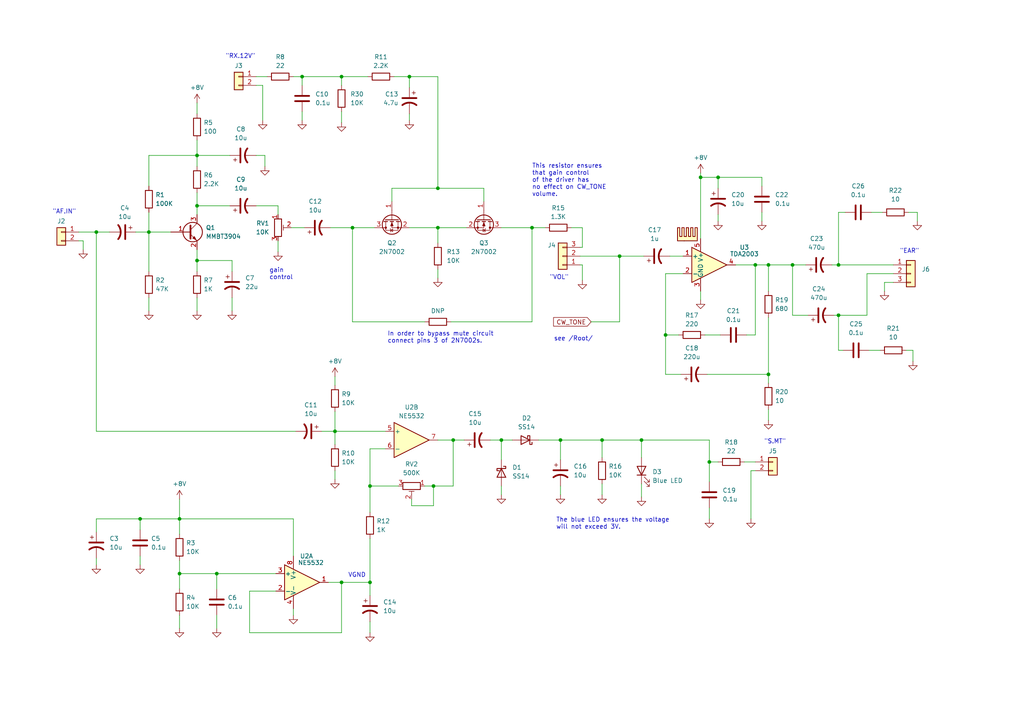
<source format=kicad_sch>
(kicad_sch (version 20230121) (generator eeschema)
  (paper "A4")
  (title_block (title "HBR/MK2 AF Board") (date "2024-02-03") (rev "1.0"))
  (lib_symbols
    (symbol "Amplifier_Audio:TDA2003" (pin_names (offset 0.127))
      (property "Reference" "U" (at 3.81 6.35 0))
      (property "Value" "TDA2003" (at 3.81 3.81 0))
      (symbol "TDA2003_0_1"
        (polyline (pts (xy -5.08 5.08) (xy 5.08 0) (xy -5.08 -5.08) (xy -5.08 5.08)) (stroke (width 0.254)) (fill (type background)))
      )
      (symbol "TDA2003_1_1"
        (pin input line (at -7.62 2.54 0) (length 2.54) (name "+") (number "1"))
        (pin input line (at -7.62 -2.54 0) (length 2.54) (name "-") (number "2"))
        (pin power_in line (at -2.54 -7.62 90) (length 3.81) (name "GND") (number "3"))
        (pin output line (at 7.62 0 180) (length 2.54) (name "~") (number "4"))
        (pin power_in line (at -2.54 7.62 270) (length 3.81) (name "V+") (number "5"))
      )
    )
    (symbol "Amplifier_Operational:NE5532" (pin_names (offset 0.127))
      (property "Reference" "U" (at 0 5.08 0))
      (property "Value" "NE5532" (at 0 -5.08 0))
      (symbol "NE5532_1_1"
        (polyline (pts (xy -5.08 5.08) (xy 5.08 0) (xy -5.08 -5.08) (xy -5.08 5.08)) (stroke (width 0.254)) (fill (type background)))
        (pin output line (at 7.62 0 180) (length 2.54) (name "~") (number "1"))
        (pin input line (at -7.62 -2.54 0) (length 2.54) (name "-") (number "2"))
        (pin input line (at -7.62 2.54 0) (length 2.54) (name "+") (number "3"))
      )
      (symbol "NE5532_2_1"
        (polyline (pts (xy -5.08 5.08) (xy 5.08 0) (xy -5.08 -5.08) (xy -5.08 5.08)) (stroke (width 0.254)) (fill (type background)))
        (pin input line (at -7.62 2.54 0) (length 2.54) (name "+") (number "5"))
        (pin input line (at -7.62 -2.54 0) (length 2.54) (name "-") (number "6"))
        (pin output line (at 7.62 0 180) (length 2.54) (name "~") (number "7"))
      )
      (symbol "NE5532_3_1"
        (pin power_in line (at -2.54 -7.62 90) (length 3.81) (name "V-") (number "4"))
        (pin power_in line (at -2.54 7.62 270) (length 3.81) (name "V+") (number "8"))
      )
    )
    (symbol "Connector_Generic:Conn_01x02" (pin_names (offset 1.016) hide)
      (property "Reference" "J" (at 0 2.54 0))
      (property "Value" "Conn_01x02" (at 0 -5.08 0))
      (symbol "Conn_01x02_1_1"
        (rectangle (start -1.27 -2.413) (end 0 -2.667) (stroke (width 0.1524)))
        (rectangle (start -1.27 0.127) (end 0 -0.127) (stroke (width 0.1524)))
        (rectangle (start -1.27 1.27) (end 1.27 -3.81) (stroke (width 0.254)) (fill (type background)))
        (pin passive line (at -5.08 0 0) (length 3.81) (name "Pin_1") (number "1"))
        (pin passive line (at -5.08 -2.54 0) (length 3.81) (name "Pin_2") (number "2"))
      )
    )
    (symbol "Connector_Generic:Conn_01x03" (pin_names (offset 1.016) hide)
      (property "Reference" "J" (at 0 5.08 0))
      (property "Value" "Conn_01x03" (at 0 -5.08 0))
      (symbol "Conn_01x03_1_1"
        (rectangle (start -1.27 -2.413) (end 0 -2.667) (stroke (width 0.1524)))
        (rectangle (start -1.27 0.127) (end 0 -0.127) (stroke (width 0.1524)))
        (rectangle (start -1.27 2.667) (end 0 2.413) (stroke (width 0.1524)))
        (rectangle (start -1.27 3.81) (end 1.27 -3.81) (stroke (width 0.254)) (fill (type background)))
        (pin passive line (at -5.08 2.54 0) (length 3.81) (name "Pin_1") (number "1"))
        (pin passive line (at -5.08 0 0) (length 3.81) (name "Pin_2") (number "2"))
        (pin passive line (at -5.08 -2.54 0) (length 3.81) (name "Pin_3") (number "3"))
      )
    )
    (symbol "Device:C" (pin_numbers hide) (pin_names (offset 0.254))
      (property "Reference" "C" (at 0.635 2.54 0))
      (property "Value" "C" (at 0.635 -2.54 0))
      (symbol "C_0_1"
        (polyline (pts (xy -2.032 -0.762) (xy 2.032 -0.762)) (stroke (width 0.508)))
        (polyline (pts (xy -2.032 0.762) (xy 2.032 0.762)) (stroke (width 0.508)))
      )
      (symbol "C_1_1"
        (pin passive line (at 0 3.81 270) (length 2.794) (name "~") (number "1"))
        (pin passive line (at 0 -3.81 90) (length 2.794) (name "~") (number "2"))
      )
    )
    (symbol "Device:C_Polarized_US" (pin_numbers hide) (pin_names (offset 0.254) hide)
      (property "Reference" "C" (at 0.635 2.54 0))
      (property "Value" "C_Polarized_US" (at 0.635 -2.54 0))
      (symbol "C_Polarized_US_0_1"
        (polyline (pts (xy -2.032 0.762) (xy 2.032 0.762)) (stroke (width 0.508)))
        (polyline (pts (xy -1.778 2.286) (xy -0.762 2.286)))
        (polyline (pts (xy -1.27 1.778) (xy -1.27 2.794)))
        (arc (start 2.032 -1.27) (mid 0 -0.5572) (end -2.032 -1.27) (stroke (width 0.508)))
      )
      (symbol "C_Polarized_US_1_1"
        (pin passive line (at 0 3.81 270) (length 2.794) (name "~") (number "1"))
        (pin passive line (at 0 -3.81 90) (length 3.302) (name "~") (number "2"))
      )
    )
    (symbol "Device:LED" (pin_numbers hide) (pin_names (offset 1.016) hide)
      (property "Reference" "D" (at 0 2.54 0))
      (property "Value" "LED" (at 0 -2.54 0))
      (symbol "LED_0_1"
        (polyline (pts (xy -1.27 -1.27) (xy -1.27 1.27)) (stroke (width 0.254)))
        (polyline (pts (xy -1.27 0) (xy 1.27 0)))
        (polyline (pts (xy 1.27 -1.27) (xy 1.27 1.27) (xy -1.27 0) (xy 1.27 -1.27)) (stroke (width 0.254)))
        (polyline (pts (xy -3.048 -0.762) (xy -4.572 -2.286) (xy -3.81 -2.286) (xy -4.572 -2.286) (xy -4.572 -1.524)))
        (polyline (pts (xy -1.778 -0.762) (xy -3.302 -2.286) (xy -2.54 -2.286) (xy -3.302 -2.286) (xy -3.302 -1.524)))
      )
      (symbol "LED_1_1"
        (pin passive line (at -3.81 0 0) (length 2.54) (name "K") (number "1"))
        (pin passive line (at 3.81 0 180) (length 2.54) (name "A") (number "2"))
      )
    )
    (symbol "Device:R" (pin_numbers hide) (pin_names (offset 0))
      (property "Reference" "R" (at 2.032 0 90))
      (property "Value" "R" (at 0 0 90))
      (symbol "R_0_1"
        (rectangle (start -1.016 -2.54) (end 1.016 2.54) (stroke (width 0.254)))
      )
      (symbol "R_1_1"
        (pin passive line (at 0 3.81 270) (length 1.27) (name "~") (number "1"))
        (pin passive line (at 0 -3.81 90) (length 1.27) (name "~") (number "2"))
      )
    )
    (symbol "Device:R_Potentiometer_Trim" (pin_names (offset 1.016) hide)
      (property "Reference" "RV" (at -4.445 0 90))
      (property "Value" "R_Potentiometer_Trim" (at -2.54 0 90))
      (symbol "R_Potentiometer_Trim_0_1"
        (polyline (pts (xy 1.524 0.762) (xy 1.524 -0.762)))
        (polyline (pts (xy 2.54 0) (xy 1.524 0)))
        (rectangle (start 1.016 2.54) (end -1.016 -2.54) (stroke (width 0.254)))
      )
      (symbol "R_Potentiometer_Trim_1_1"
        (pin passive line (at 0 3.81 270) (length 1.27) (name "1") (number "1"))
        (pin passive line (at 3.81 0 180) (length 1.27) (name "2") (number "2"))
        (pin passive line (at 0 -3.81 90) (length 1.27) (name "3") (number "3"))
      )
    )
    (symbol "Diode:1N5818" (pin_numbers hide) (pin_names (offset 1.016) hide)
      (property "Reference" "D" (at 0 2.54 0))
      (property "Value" "1N5818" (at 0 -2.54 0))
      (symbol "1N5818_0_1"
        (polyline (pts (xy 1.27 0) (xy -1.27 0)))
        (polyline (pts (xy 1.27 1.27) (xy 1.27 -1.27) (xy -1.27 0) (xy 1.27 1.27)) (stroke (width 0.254)))
        (polyline (pts (xy -1.905 0.635) (xy -1.905 1.27) (xy -1.27 1.27) (xy -1.27 -1.27) (xy -0.635 -1.27) (xy -0.635 -0.635)) (stroke (width 0.254)))
      )
      (symbol "1N5818_1_1"
        (pin passive line (at -3.81 0 0) (length 2.54) (name "K") (number "1"))
        (pin passive line (at 3.81 0 180) (length 2.54) (name "A") (number "2"))
      )
    )
    (symbol "Mechanical:Heatsink" (pin_names (offset 1.016))
      (property "Reference" "HS" (at 0 5.08 0))
      (property "Value" "Heatsink" (at 0 -1.27 0))
      (symbol "Heatsink_0_1"
        (polyline (pts (xy -0.3302 1.27) (xy -0.9652 1.27) (xy -0.9652 3.81) (xy -1.6002 3.81) (xy -1.6002 1.27) (xy -2.2352 1.27) (xy -2.2352 3.81) (xy -2.8702 3.81) (xy -2.8702 0) (xy -0.9652 0)) (stroke (width 0.254)) (fill (type background)))
        (polyline (pts (xy -0.3302 1.27) (xy -0.3302 3.81) (xy 0.3048 3.81) (xy 0.3048 1.27) (xy 0.9398 1.27) (xy 0.9398 3.81) (xy 1.5748 3.81) (xy 1.5748 1.27) (xy 2.2098 1.27) (xy 2.2098 3.81) (xy 2.8448 3.81) (xy 2.8448 0) (xy -0.9652 0)) (stroke (width 0.254)) (fill (type background)))
      )
    )
    (symbol "Transistor_BJT:MMBT3904" (pin_names (offset 0) hide)
      (property "Reference" "Q" (at 5.08 1.905 0))
      (property "Value" "MMBT3904" (at 5.08 0 0))
      (symbol "MMBT3904_0_1"
        (polyline (pts (xy 0.635 0.635) (xy 2.54 2.54)))
        (polyline (pts (xy 0.635 -0.635) (xy 2.54 -2.54) (xy 2.54 -2.54)))
        (polyline (pts (xy 0.635 1.905) (xy 0.635 -1.905) (xy 0.635 -1.905)) (stroke (width 0.508)))
        (polyline (pts (xy 1.27 -1.778) (xy 1.778 -1.27) (xy 2.286 -2.286) (xy 1.27 -1.778) (xy 1.27 -1.778)) (fill (type outline)))
        (circle (center 1.27 0) (radius 2.8194) (stroke (width 0.254)))
      )
      (symbol "MMBT3904_1_1"
        (pin input line (at -5.08 0 0) (length 5.715) (name "B") (number "1"))
        (pin passive line (at 2.54 -5.08 90) (length 2.54) (name "E") (number "2"))
        (pin passive line (at 2.54 5.08 270) (length 2.54) (name "C") (number "3"))
      )
    )
    (symbol "Transistor_FET:2N7002" (pin_names hide)
      (property "Reference" "Q" (at 5.08 1.905 0))
      (property "Value" "2N7002" (at 5.08 0 0))
      (symbol "2N7002_0_1"
        (polyline (pts (xy 0.254 0) (xy -2.54 0)))
        (polyline (pts (xy 0.254 1.905) (xy 0.254 -1.905)) (stroke (width 0.254)))
        (polyline (pts (xy 0.762 -1.27) (xy 0.762 -2.286)) (stroke (width 0.254)))
        (polyline (pts (xy 0.762 0.508) (xy 0.762 -0.508)) (stroke (width 0.254)))
        (polyline (pts (xy 0.762 2.286) (xy 0.762 1.27)) (stroke (width 0.254)))
        (polyline (pts (xy 2.54 2.54) (xy 2.54 1.778)))
        (polyline (pts (xy 2.54 -2.54) (xy 2.54 0) (xy 0.762 0)))
        (polyline (pts (xy 0.762 -1.778) (xy 3.302 -1.778) (xy 3.302 1.778) (xy 0.762 1.778)))
        (polyline (pts (xy 1.016 0) (xy 2.032 0.381) (xy 2.032 -0.381) (xy 1.016 0)) (fill (type outline)))
        (polyline (pts (xy 2.794 0.508) (xy 2.921 0.381) (xy 3.683 0.381) (xy 3.81 0.254)))
        (polyline (pts (xy 3.302 0.381) (xy 2.921 -0.254) (xy 3.683 -0.254) (xy 3.302 0.381)))
        (circle (center 1.651 0) (radius 2.794) (stroke (width 0.254)))
        (circle (center 2.54 -1.778) (radius 0.254) (fill (type outline)))
        (circle (center 2.54 1.778) (radius 0.254) (fill (type outline)))
      )
      (symbol "2N7002_1_1"
        (pin input line (at -5.08 0 0) (length 2.54) (name "G") (number "1"))
        (pin passive line (at 2.54 -5.08 90) (length 2.54) (name "S") (number "2"))
        (pin passive line (at 2.54 5.08 270) (length 2.54) (name "D") (number "3"))
      )
    )
    (symbol "power:+8V" (power) (pin_names (offset 0))
      (property "Value" "+8V" (at 0 3.556 0))
      (symbol "+8V_0_1"
        (polyline (pts (xy -0.762 1.27) (xy 0 2.54)))
        (polyline (pts (xy 0 0) (xy 0 2.54)))
        (polyline (pts (xy 0 2.54) (xy 0.762 1.27)))
      )
      (symbol "+8V_1_1"
        (pin power_in line (at 0 0 90) (length 0) hide (name "+8V") (number "1"))
      )
    )
    (symbol "power:GND" (power) (pin_names (offset 0))
      (property "Value" "GND" (at 0 -3.81 0))
      (symbol "GND_0_1"
        (polyline (pts (xy 0 0) (xy 0 -1.27) (xy 1.27 -1.27) (xy 0 -2.54) (xy -1.27 -1.27) (xy 0 -1.27)))
      )
      (symbol "GND_1_1"
        (pin power_in line (at 0 0 270) (length 0) hide (name "GND") (number "1"))
      )
    )
  )
  (junction (at 57.15 75.565))
  (junction (at 52.07 166.37))
  (junction (at 43.18 67.31))
  (junction (at 222.885 76.835))
  (junction (at 179.705 74.295))
  (junction (at 40.64 150.495))
  (junction (at 118.745 22.225))
  (junction (at 62.865 166.37))
  (junction (at 27.94 67.31))
  (junction (at 174.625 127.635))
  (junction (at 222.885 108.585))
  (junction (at 127 66.04))
  (junction (at 99.06 168.91))
  (junction (at 107.315 140.97))
  (junction (at 127 54.61))
  (junction (at 87.63 22.225))
  (junction (at 205.74 133.985))
  (junction (at 57.15 59.69))
  (junction (at 162.56 127.635))
  (junction (at 208.28 51.435))
  (junction (at 125.73 140.97))
  (junction (at 52.07 150.495))
  (junction (at 102.235 66.04))
  (junction (at 229.87 76.835))
  (junction (at 243.205 76.835))
  (junction (at 243.205 91.44))
  (junction (at 57.15 45.085))
  (junction (at 131.445 127.635))
  (junction (at 154.305 66.04))
  (junction (at 145.415 127.635))
  (junction (at 186.055 127.635))
  (junction (at 219.075 76.835))
  (junction (at 99.06 22.225))
  (junction (at 107.315 168.91))
  (junction (at 193.04 97.155))
  (junction (at 97.155 125.095))
  (junction (at 203.2 51.435))
  (wire (pts (xy 57.15 45.085) (xy 66.675 45.085)))
  (wire (pts (xy 40.64 150.495) (xy 40.64 153.67)))
  (wire (pts (xy 154.305 66.04) (xy 158.115 66.04)))
  (wire (pts (xy 97.155 109.22) (xy 97.155 111.76)))
  (wire (pts (xy 203.2 51.435) (xy 203.2 69.215)))
  (wire (pts (xy 119.38 144.78) (xy 119.38 146.685)))
  (wire (pts (xy 229.87 91.44) (xy 229.87 76.835)))
  (wire (pts (xy 127 54.61) (xy 140.335 54.61)))
  (wire (pts (xy 215.9 133.985) (xy 219.075 133.985)))
  (wire (pts (xy 243.205 61.595) (xy 245.11 61.595)))
  (wire (pts (xy 168.275 74.295) (xy 179.705 74.295)))
  (wire (pts (xy 62.865 178.435) (xy 62.865 182.245)))
  (wire (pts (xy 85.09 22.225) (xy 87.63 22.225)))
  (wire (pts (xy 127 54.61) (xy 113.665 54.61)))
  (wire (pts (xy 145.415 66.04) (xy 154.305 66.04)))
  (wire (pts (xy 131.445 127.635) (xy 131.445 140.97)))
  (wire (pts (xy 99.06 32.385) (xy 99.06 35.56)))
  (wire (pts (xy 220.98 51.435) (xy 208.28 51.435)))
  (wire (pts (xy 27.94 67.31) (xy 27.94 125.095)))
  (wire (pts (xy 123.19 93.345) (xy 102.235 93.345)))
  (wire (pts (xy 194.31 74.295) (xy 198.12 74.295)))
  (wire (pts (xy 93.345 125.095) (xy 97.155 125.095)))
  (wire (pts (xy 186.055 127.635) (xy 186.055 132.715)))
  (wire (pts (xy 57.15 75.565) (xy 57.15 78.74)))
  (wire (pts (xy 107.315 130.175) (xy 111.76 130.175)))
  (wire (pts (xy 80.01 166.37) (xy 62.865 166.37)))
  (wire (pts (xy 130.81 93.345) (xy 154.305 93.345)))
  (wire (pts (xy 127 66.04) (xy 127 70.485)))
  (wire (pts (xy 52.07 166.37) (xy 52.07 170.815)))
  (wire (pts (xy 252.095 101.6) (xy 255.27 101.6)))
  (wire (pts (xy 107.315 140.97) (xy 115.57 140.97)))
  (wire (pts (xy 74.295 22.225) (xy 77.47 22.225)))
  (wire (pts (xy 127 22.225) (xy 127 54.61)))
  (wire (pts (xy 67.31 86.36) (xy 67.31 90.17)))
  (wire (pts (xy 24.13 69.85) (xy 22.86 69.85)))
  (wire (pts (xy 174.625 127.635) (xy 174.625 132.715)))
  (wire (pts (xy 80.645 69.85) (xy 80.645 73.025)))
  (wire (pts (xy 174.625 140.335) (xy 174.625 143.51)))
  (wire (pts (xy 256.54 84.455) (xy 256.54 81.915)))
  (wire (pts (xy 99.06 168.91) (xy 95.25 168.91)))
  (wire (pts (xy 264.795 101.6) (xy 264.795 104.775)))
  (wire (pts (xy 168.275 71.755) (xy 168.91 71.755)))
  (wire (pts (xy 39.37 67.31) (xy 43.18 67.31)))
  (wire (pts (xy 186.055 140.335) (xy 186.055 144.145)))
  (wire (pts (xy 43.18 86.36) (xy 43.18 90.17)))
  (wire (pts (xy 95.885 66.04) (xy 102.235 66.04)))
  (wire (pts (xy 222.885 92.075) (xy 222.885 108.585)))
  (wire (pts (xy 162.56 133.35) (xy 162.56 127.635)))
  (wire (pts (xy 118.745 22.225) (xy 118.745 25.4)))
  (wire (pts (xy 205.74 133.985) (xy 208.28 133.985)))
  (wire (pts (xy 217.805 136.525) (xy 217.805 150.495)))
  (wire (pts (xy 24.13 72.39) (xy 24.13 69.85)))
  (wire (pts (xy 243.205 101.6) (xy 243.205 91.44)))
  (wire (pts (xy 80.01 171.45) (xy 72.39 171.45)))
  (wire (pts (xy 205.74 133.985) (xy 205.74 139.7)))
  (wire (pts (xy 52.07 144.78) (xy 52.07 150.495)))
  (wire (pts (xy 43.18 61.595) (xy 43.18 67.31)))
  (wire (pts (xy 256.54 81.915) (xy 259.08 81.915)))
  (wire (pts (xy 243.205 76.835) (xy 259.08 76.835)))
  (wire (pts (xy 243.205 76.835) (xy 243.205 61.595)))
  (wire (pts (xy 85.09 150.495) (xy 85.09 161.29)))
  (wire (pts (xy 80.645 59.69) (xy 80.645 62.23)))
  (wire (pts (xy 27.94 125.095) (xy 85.725 125.095)))
  (wire (pts (xy 198.12 79.375) (xy 193.04 79.375)))
  (wire (pts (xy 22.86 67.31) (xy 27.94 67.31)))
  (wire (pts (xy 102.235 93.345) (xy 102.235 66.04)))
  (wire (pts (xy 208.28 51.435) (xy 203.2 51.435)))
  (wire (pts (xy 174.625 127.635) (xy 186.055 127.635)))
  (wire (pts (xy 76.2 34.925) (xy 76.2 24.765)))
  (wire (pts (xy 76.2 24.765) (xy 74.295 24.765)))
  (wire (pts (xy 72.39 171.45) (xy 72.39 183.515)))
  (wire (pts (xy 193.04 108.585) (xy 193.04 97.155)))
  (wire (pts (xy 234.315 91.44) (xy 229.87 91.44)))
  (wire (pts (xy 208.28 62.23) (xy 208.28 64.135)))
  (wire (pts (xy 174.625 127.635) (xy 162.56 127.635)))
  (wire (pts (xy 127 78.105) (xy 127 80.645)))
  (wire (pts (xy 216.535 97.155) (xy 219.075 97.155)))
  (wire (pts (xy 119.38 146.685) (xy 125.73 146.685)))
  (wire (pts (xy 193.04 79.375) (xy 193.04 97.155)))
  (wire (pts (xy 243.205 91.44) (xy 251.46 91.44)))
  (wire (pts (xy 229.87 76.835) (xy 233.68 76.835)))
  (wire (pts (xy 168.91 76.835) (xy 168.91 81.28)))
  (wire (pts (xy 87.63 22.225) (xy 99.06 22.225)))
  (wire (pts (xy 266.065 61.595) (xy 266.065 64.135)))
  (wire (pts (xy 102.235 66.04) (xy 108.585 66.04)))
  (wire (pts (xy 168.275 76.835) (xy 168.91 76.835)))
  (wire (pts (xy 67.31 75.565) (xy 57.15 75.565)))
  (wire (pts (xy 168.91 66.04) (xy 168.91 71.755)))
  (wire (pts (xy 40.64 150.495) (xy 52.07 150.495)))
  (wire (pts (xy 220.98 53.975) (xy 220.98 51.435)))
  (wire (pts (xy 72.39 183.515) (xy 99.06 183.515)))
  (wire (pts (xy 193.04 97.155) (xy 196.85 97.155)))
  (wire (pts (xy 52.07 150.495) (xy 85.09 150.495)))
  (wire (pts (xy 251.46 79.375) (xy 259.08 79.375)))
  (wire (pts (xy 220.98 61.595) (xy 220.98 64.135)))
  (wire (pts (xy 113.665 58.42) (xy 113.665 54.61)))
  (wire (pts (xy 241.3 76.835) (xy 243.205 76.835)))
  (wire (pts (xy 43.18 67.31) (xy 43.18 78.74)))
  (wire (pts (xy 27.94 161.925) (xy 27.94 163.83)))
  (wire (pts (xy 219.075 76.835) (xy 213.36 76.835)))
  (wire (pts (xy 171.45 93.345) (xy 179.705 93.345)))
  (wire (pts (xy 99.06 168.91) (xy 99.06 183.515)))
  (wire (pts (xy 131.445 140.97) (xy 125.73 140.97)))
  (wire (pts (xy 87.63 32.385) (xy 87.63 34.925)))
  (wire (pts (xy 203.2 50.165) (xy 203.2 51.435)))
  (wire (pts (xy 52.07 150.495) (xy 52.07 154.94)))
  (wire (pts (xy 107.315 168.91) (xy 107.315 172.72)))
  (wire (pts (xy 203.2 84.455) (xy 203.2 86.995)))
  (wire (pts (xy 118.745 33.02) (xy 118.745 34.925)))
  (wire (pts (xy 52.07 162.56) (xy 52.07 166.37)))
  (wire (pts (xy 62.865 166.37) (xy 62.865 170.815)))
  (wire (pts (xy 252.73 61.595) (xy 255.905 61.595)))
  (wire (pts (xy 162.56 127.635) (xy 156.21 127.635)))
  (wire (pts (xy 99.06 22.225) (xy 99.06 24.765)))
  (wire (pts (xy 57.15 86.36) (xy 57.15 90.17)))
  (wire (pts (xy 263.525 61.595) (xy 266.065 61.595)))
  (wire (pts (xy 219.075 97.155) (xy 219.075 76.835)))
  (wire (pts (xy 43.18 67.31) (xy 49.53 67.31)))
  (wire (pts (xy 241.935 91.44) (xy 243.205 91.44)))
  (wire (pts (xy 97.155 125.095) (xy 111.76 125.095)))
  (wire (pts (xy 76.835 45.085) (xy 74.295 45.085)))
  (wire (pts (xy 87.63 22.225) (xy 87.63 24.765)))
  (wire (pts (xy 118.745 66.04) (xy 127 66.04)))
  (wire (pts (xy 27.94 154.305) (xy 27.94 150.495)))
  (wire (pts (xy 99.06 22.225) (xy 106.68 22.225)))
  (wire (pts (xy 131.445 127.635) (xy 134.62 127.635)))
  (wire (pts (xy 205.105 108.585) (xy 222.885 108.585)))
  (wire (pts (xy 222.885 76.835) (xy 219.075 76.835)))
  (wire (pts (xy 127 66.04) (xy 135.255 66.04)))
  (wire (pts (xy 57.15 40.64) (xy 57.15 45.085)))
  (wire (pts (xy 140.335 58.42) (xy 140.335 54.61)))
  (wire (pts (xy 179.705 93.345) (xy 179.705 74.295)))
  (wire (pts (xy 145.415 127.635) (xy 145.415 133.35)))
  (wire (pts (xy 162.56 140.97) (xy 162.56 143.51)))
  (wire (pts (xy 205.74 127.635) (xy 205.74 133.985)))
  (wire (pts (xy 97.155 119.38) (xy 97.155 125.095)))
  (wire (pts (xy 99.06 168.91) (xy 107.315 168.91)))
  (wire (pts (xy 262.89 101.6) (xy 264.795 101.6)))
  (wire (pts (xy 222.885 118.745) (xy 222.885 121.92)))
  (wire (pts (xy 57.15 72.39) (xy 57.15 75.565)))
  (wire (pts (xy 204.47 97.155) (xy 208.915 97.155)))
  (wire (pts (xy 43.18 53.975) (xy 43.18 45.085)))
  (wire (pts (xy 142.24 127.635) (xy 145.415 127.635)))
  (wire (pts (xy 57.15 29.845) (xy 57.15 33.02)))
  (wire (pts (xy 52.07 178.435) (xy 52.07 182.245)))
  (wire (pts (xy 125.73 140.97) (xy 123.19 140.97)))
  (wire (pts (xy 217.805 136.525) (xy 219.075 136.525)))
  (wire (pts (xy 222.885 108.585) (xy 222.885 111.125)))
  (wire (pts (xy 114.3 22.225) (xy 118.745 22.225)))
  (wire (pts (xy 145.415 140.97) (xy 145.415 143.51)))
  (wire (pts (xy 179.705 74.295) (xy 186.69 74.295)))
  (wire (pts (xy 125.73 146.685) (xy 125.73 140.97)))
  (wire (pts (xy 107.315 156.21) (xy 107.315 168.91)))
  (wire (pts (xy 222.885 76.835) (xy 229.87 76.835)))
  (wire (pts (xy 222.885 84.455) (xy 222.885 76.835)))
  (wire (pts (xy 57.15 59.69) (xy 66.675 59.69)))
  (wire (pts (xy 76.835 48.26) (xy 76.835 45.085)))
  (wire (pts (xy 208.28 51.435) (xy 208.28 54.61)))
  (wire (pts (xy 107.315 140.97) (xy 107.315 130.175)))
  (wire (pts (xy 154.305 93.345) (xy 154.305 66.04)))
  (wire (pts (xy 165.735 66.04) (xy 168.91 66.04)))
  (wire (pts (xy 197.485 108.585) (xy 193.04 108.585)))
  (wire (pts (xy 107.315 180.34) (xy 107.315 183.515)))
  (wire (pts (xy 67.31 78.74) (xy 67.31 75.565)))
  (wire (pts (xy 57.15 45.085) (xy 57.15 48.26)))
  (wire (pts (xy 27.94 150.495) (xy 40.64 150.495)))
  (wire (pts (xy 43.18 45.085) (xy 57.15 45.085)))
  (wire (pts (xy 127 127.635) (xy 131.445 127.635)))
  (wire (pts (xy 145.415 127.635) (xy 148.59 127.635)))
  (wire (pts (xy 85.09 176.53) (xy 85.09 178.435)))
  (wire (pts (xy 52.07 166.37) (xy 62.865 166.37)))
  (wire (pts (xy 205.74 147.32) (xy 205.74 150.495)))
  (wire (pts (xy 243.205 101.6) (xy 244.475 101.6)))
  (wire (pts (xy 27.94 67.31) (xy 31.75 67.31)))
  (wire (pts (xy 74.295 59.69) (xy 80.645 59.69)))
  (wire (pts (xy 84.455 66.04) (xy 88.265 66.04)))
  (wire (pts (xy 97.155 136.525) (xy 97.155 139.065)))
  (wire (pts (xy 186.055 127.635) (xy 205.74 127.635)))
  (wire (pts (xy 97.155 125.095) (xy 97.155 128.905)))
  (wire (pts (xy 107.315 140.97) (xy 107.315 148.59)))
  (wire (pts (xy 57.15 59.69) (xy 57.15 62.23)))
  (wire (pts (xy 40.64 161.29) (xy 40.64 163.83)))
  (wire (pts (xy 251.46 91.44) (xy 251.46 79.375)))
  (wire (pts (xy 118.745 22.225) (xy 127 22.225)))
  (wire (pts (xy 57.15 55.88) (xy 57.15 59.69)))
  (text "gain\ncontrol" (at 78.105 81.28 0) (effects (font (size 1.27 1.27)) (justify left bottom)))
  (text "\"RX.12V\"" (at 65.405 17.145 0) (effects (font (size 1.27 1.27)) (justify left bottom)))
  (text "VGND" (at 100.965 167.64 0) (effects (font (size 1.27 1.27)) (justify left bottom)))
  (text "In order to bypass mute circuit\nconnect pins 3 of 2N7002s.\n" (at 112.395 99.695 0) (effects (font (size 1.27 1.27)) (justify left bottom)))
  (text "This resistor ensures\nthat gain control\nof the driver has\nno effect on CW_TONE\nvolume." (at 154.305 57.15 0) (effects (font (size 1.27 1.27)) (justify left bottom)))
  (text "The blue LED ensures the voltage\nwill not exceed 3V." (at 161.29 153.67 0) (effects (font (size 1.27 1.27)) (justify left bottom)))
  (text "\"VOL\"" (at 159.385 81.28 0) (effects (font (size 1.27 1.27)) (justify left bottom)))
  (text "\"S.MT\"" (at 221.615 128.905 0) (effects (font (size 1.27 1.27)) (justify left bottom)))
  (text "see /Root/" (at 160.655 99.06 0) (effects (font (size 1.27 1.27)) (justify left bottom)))
  (text "\"EAR\"" (at 260.985 73.66 0) (effects (font (size 1.27 1.27)) (justify left bottom)))
  (text "\"AF.IN\"" (at 15.24 62.23 0) (effects (font (size 1.27 1.27)) (justify left bottom)))
  (global_label "CW_TONE" (shape input) (at 171.45 93.345 180) (property "Intersheetrefs" "${INTERSHEET_REFS}" (effects hide)))
  (symbol (lib_id "power:GND") (at 57.15 90.17 0) (unit 1)
    (property "Reference" "#PWR018" (effects hide))
    (property "Value" "GND" (effects hide))
  )
  (symbol (lib_id "power:GND") (at 162.56 143.51 0) (unit 1)
    (property "Reference" "#PWR031" (effects hide))
    (property "Value" "GND" (effects hide))
  )
  (symbol (lib_id "power:GND") (at 99.06 35.56 0) (mirror y) (unit 1)
    (property "Reference" "#PWR058" (effects hide))
    (property "Value" "GND" (effects hide))
  )
  (symbol (lib_id "Device:C_Polarized_US") (at 92.075 66.04 90) (unit 1)
    (property "Reference" "C12" (at 91.44 58.42 90))
    (property "Value" "10u" (at 91.44 60.96 90))
    (property "Footprint" "Capacitor_SMD:CP_Elec_4x5.4" (effects hide))
  )
  (symbol (lib_id "Device:C_Polarized_US") (at 89.535 125.095 270) (unit 1)
    (property "Reference" "C11" (at 90.17 117.475 90))
    (property "Value" "10u" (at 90.17 120.015 90))
    (property "Footprint" "Capacitor_SMD:CP_Elec_4x5.4" (effects hide))
  )
  (symbol (lib_id "power:GND") (at 97.155 139.065 0) (unit 1)
    (property "Reference" "#PWR026" (effects hide))
    (property "Value" "GND" (effects hide))
  )
  (symbol (lib_id "power:GND") (at 76.835 48.26 0) (unit 1)
    (property "Reference" "#PWR021" (effects hide))
    (property "Value" "GND" (effects hide))
  )
  (symbol (lib_id "power:GND") (at 52.07 182.245 0) (unit 1)
    (property "Reference" "#PWR016" (effects hide))
    (property "Value" "GND" (effects hide))
  )
  (symbol (lib_id "Device:R") (at 222.885 114.935 0) (unit 1)
    (property "Reference" "R20" (at 224.79 113.665 0) (effects (justify left)))
    (property "Value" "10" (at 224.79 116.205 0) (effects (justify left)))
    (property "Footprint" "Resistor_SMD:R_0805_2012Metric_Pad1.20x1.40mm_HandSolder" (effects hide))
  )
  (symbol (lib_id "power:GND") (at 205.74 150.495 0) (unit 1)
    (property "Reference" "#PWR037" (effects hide))
    (property "Value" "GND" (effects hide))
  )
  (symbol (lib_id "power:GND") (at 27.94 163.83 0) (unit 1)
    (property "Reference" "#PWR012" (effects hide))
    (property "Value" "GND" (effects hide))
  )
  (symbol (lib_id "Amplifier_Operational:NE5532") (at 87.63 168.91 0) (unit 1)
    (property "Reference" "U2" (at 88.9 161.29 0))
    (property "Value" "NE5532" (at 90.17 163.195 0))
    (property "Footprint" "Package_SO:SOIC-8_5.23x5.23mm_P1.27mm" (effects hide))
    (property "Datasheet" "http://www.ti.com/lit/ds/symlink/ne5532.pdf" (effects hide))
  )
  (symbol (lib_id "Connector_Generic:Conn_01x02") (at 69.215 22.225 0) (mirror y) (unit 1) (in_bom no)
    (property "Reference" "J3" (at 69.215 19.05 0))
    (property "Value" "Conn_01x02" (effects hide))
    (property "Footprint" "Connector_PinHeader_2.54mm:PinHeader_1x02_P2.54mm_Vertical" (effects hide))
  )
  (symbol (lib_id "power:+8V") (at 97.155 109.22 0) (unit 1)
    (property "Reference" "#PWR025" (effects hide))
    (property "Value" "+8V" (at 97.155 104.775 0))
  )
  (symbol (lib_id "power:GND") (at 266.065 64.135 0) (unit 1)
    (property "Reference" "#PWR044" (effects hide))
    (property "Value" "GND" (effects hide))
  )
  (symbol (lib_id "power:GND") (at 256.54 84.455 0) (unit 1)
    (property "Reference" "#PWR042" (effects hide))
    (property "Value" "GND" (effects hide))
  )
  (symbol (lib_id "power:GND") (at 76.2 34.925 0) (mirror y) (unit 1)
    (property "Reference" "#PWR057" (effects hide))
    (property "Value" "GND" (effects hide))
  )
  (symbol (lib_id "power:GND") (at 220.98 64.135 0) (unit 1)
    (property "Reference" "#PWR040" (effects hide))
    (property "Value" "GND" (effects hide))
  )
  (symbol (lib_id "Transistor_BJT:MMBT3904") (at 54.61 67.31 0) (unit 1)
    (property "Reference" "Q1" (at 59.69 66.04 0) (effects (justify left)))
    (property "Value" "MMBT3904" (at 59.69 68.58 0) (effects (justify left)))
    (property "Footprint" "Package_TO_SOT_SMD:SOT-23" (effects hide))
    (property "Datasheet" "https://www.onsemi.com/pub/Collateral/2N3903-D.PDF" (effects hide))
  )
  (symbol (lib_id "Device:LED") (at 186.055 136.525 90) (unit 1)
    (property "Reference" "D3" (at 189.23 136.8425 90) (effects (justify right)))
    (property "Value" "Blue LED" (at 189.23 139.3825 90) (effects (justify right)))
    (property "Footprint" "LED_SMD:LED_0805_2012Metric_Pad1.15x1.40mm_HandSolder" (effects hide))
  )
  (symbol (lib_id "Device:R") (at 52.07 174.625 0) (unit 1)
    (property "Reference" "R4" (at 53.975 173.355 0) (effects (justify left)))
    (property "Value" "10K" (at 53.975 175.895 0) (effects (justify left)))
    (property "Footprint" "Resistor_SMD:R_0805_2012Metric_Pad1.20x1.40mm_HandSolder" (effects hide))
  )
  (symbol (lib_id "Device:R") (at 127 93.345 90) (unit 1) (in_bom no) (on_board no)
    (property "Reference" "R14" (effects hide))
    (property "Value" "DNP" (at 127 90.17 90))
  )
  (symbol (lib_id "Amplifier_Operational:NE5532") (at 87.63 168.91 0) (unit 3)
    (property "Reference" "U2" (effects hide))
    (property "Value" "NE5532" (effects hide))
    (property "Footprint" "Package_SO:SOIC-8_5.23x5.23mm_P1.27mm" (effects hide))
    (property "Datasheet" "http://www.ti.com/lit/ds/symlink/ne5532.pdf" (effects hide))
  )
  (symbol (lib_id "Device:C_Polarized_US") (at 70.485 59.69 90) (unit 1)
    (property "Reference" "C9" (at 69.85 52.07 90))
    (property "Value" "10u" (at 69.85 54.61 90))
    (property "Footprint" "Capacitor_SMD:CP_Elec_4x5.4" (effects hide))
  )
  (symbol (lib_id "power:GND") (at 208.28 64.135 0) (unit 1)
    (property "Reference" "#PWR038" (effects hide))
    (property "Value" "GND" (effects hide))
  )
  (symbol (lib_id "power:GND") (at 222.885 121.92 0) (unit 1)
    (property "Reference" "#PWR041" (effects hide))
    (property "Value" "GND" (effects hide))
  )
  (symbol (lib_id "Connector_Generic:Conn_01x03") (at 264.16 79.375 0) (unit 1) (in_bom no)
    (property "Reference" "J6" (at 267.335 78.105 0) (effects (justify left)))
    (property "Value" "Conn_01x03" (effects hide))
    (property "Footprint" "Connector_PinHeader_2.54mm:PinHeader_1x03_P2.54mm_Vertical" (effects hide))
  )
  (symbol (lib_id "Device:C") (at 205.74 143.51 0) (unit 1)
    (property "Reference" "C19" (at 209.55 142.24 0) (effects (justify left)))
    (property "Value" "0.1u" (at 209.55 144.78 0) (effects (justify left)))
    (property "Footprint" "Capacitor_SMD:C_0805_2012Metric_Pad1.18x1.45mm_HandSolder" (effects hide))
  )
  (symbol (lib_id "Mechanical:Heatsink") (at 199.39 69.85 0) (unit 1) (in_bom no) (on_board no)
    (property "Reference" "HS1" (effects hide))
    (property "Value" "Heatsink" (effects hide))
  )
  (symbol (lib_id "Device:C_Polarized_US") (at 237.49 76.835 90) (unit 1)
    (property "Reference" "C23" (at 236.855 69.215 90))
    (property "Value" "470u" (at 236.855 71.755 90))
    (property "Footprint" "Capacitor_SMD:CP_Elec_10x10.5" (effects hide))
  )
  (symbol (lib_id "Device:R") (at 97.155 115.57 0) (unit 1)
    (property "Reference" "R9" (at 99.06 114.3 0) (effects (justify left)))
    (property "Value" "10K" (at 99.06 116.84 0) (effects (justify left)))
    (property "Footprint" "Resistor_SMD:R_0805_2012Metric_Pad1.20x1.40mm_HandSolder" (effects hide))
  )
  (symbol (lib_id "Device:R") (at 212.09 133.985 90) (unit 1)
    (property "Reference" "R18" (at 212.09 128.27 90))
    (property "Value" "22" (at 212.09 130.81 90))
    (property "Footprint" "Resistor_SMD:R_0805_2012Metric_Pad1.20x1.40mm_HandSolder" (effects hide))
  )
  (symbol (lib_id "Device:C_Polarized_US") (at 238.125 91.44 90) (unit 1)
    (property "Reference" "C24" (at 237.49 83.82 90))
    (property "Value" "470u" (at 237.49 86.36 90))
    (property "Footprint" "Capacitor_SMD:CP_Elec_10x10.5" (effects hide))
  )
  (symbol (lib_id "Connector_Generic:Conn_01x03") (at 163.195 74.295 180) (unit 1) (in_bom no)
    (property "Reference" "J4" (at 160.02 71.12 0))
    (property "Value" "Conn_01x03" (effects hide))
    (property "Footprint" "Connector_PinHeader_2.54mm:PinHeader_1x03_P2.54mm_Vertical" (effects hide))
  )
  (symbol (lib_id "Amplifier_Audio:TDA2003") (at 205.74 76.835 0) (unit 1)
    (property "Reference" "U3" (at 215.9 71.755 0))
    (property "Value" "TDA2003" (at 215.9 73.66 0))
    (property "Footprint" "Package_TO_SOT_THT:TO-220-5_P3.4x3.7mm_StaggerOdd_Lead3.8mm_Vertical" (effects hide))
    (property "Datasheet" "http://www.st.com/resource/en/datasheet/cd00000123.pdf" (effects hide))
  )
  (symbol (lib_id "Device:R") (at 52.07 158.75 0) (unit 1)
    (property "Reference" "R3" (at 53.975 157.48 0) (effects (justify left)))
    (property "Value" "10K" (at 53.975 160.02 0) (effects (justify left)))
    (property "Footprint" "Resistor_SMD:R_0805_2012Metric_Pad1.20x1.40mm_HandSolder" (effects hide))
  )
  (symbol (lib_id "Device:C_Polarized_US") (at 138.43 127.635 90) (unit 1)
    (property "Reference" "C15" (at 137.795 120.015 90))
    (property "Value" "10u" (at 137.795 122.555 90))
    (property "Footprint" "Capacitor_SMD:CP_Elec_4x5.4" (effects hide))
  )
  (symbol (lib_id "Connector_Generic:Conn_01x02") (at 224.155 133.985 0) (unit 1) (in_bom no)
    (property "Reference" "J5" (at 224.155 130.81 0))
    (property "Value" "Conn_01x02" (effects hide))
    (property "Footprint" "Connector_PinHeader_2.54mm:PinHeader_1x02_P2.54mm_Vertical" (effects hide))
  )
  (symbol (lib_id "power:GND") (at 43.18 90.17 0) (unit 1)
    (property "Reference" "#PWR014" (effects hide))
    (property "Value" "GND" (effects hide))
  )
  (symbol (lib_id "Device:R") (at 222.885 88.265 0) (unit 1)
    (property "Reference" "R19" (at 224.79 86.995 0) (effects (justify left)))
    (property "Value" "680" (at 224.79 89.535 0) (effects (justify left)))
    (property "Footprint" "Resistor_SMD:R_0805_2012Metric_Pad1.20x1.40mm_HandSolder" (effects hide))
  )
  (symbol (lib_id "power:GND") (at 62.865 182.245 0) (unit 1)
    (property "Reference" "#PWR019" (effects hide))
    (property "Value" "GND" (effects hide))
  )
  (symbol (lib_id "Transistor_FET:2N7002") (at 113.665 63.5 90) (mirror x) (unit 1)
    (property "Reference" "Q2" (at 113.665 70.485 90))
    (property "Value" "2N7002" (at 113.665 73.025 90))
    (property "Footprint" "Package_TO_SOT_SMD:SOT-23" (effects hide))
    (property "Datasheet" "https://www.onsemi.com/pub/Collateral/NDS7002A-D.PDF" (effects hide))
  )
  (symbol (lib_id "Amplifier_Operational:NE5532") (at 119.38 127.635 0) (unit 2)
    (property "Reference" "U2" (at 119.38 118.11 0))
    (property "Value" "NE5532" (at 119.38 120.65 0))
    (property "Footprint" "Package_SO:SOIC-8_5.23x5.23mm_P1.27mm" (effects hide))
    (property "Datasheet" "http://www.ti.com/lit/ds/symlink/ne5532.pdf" (effects hide))
  )
  (symbol (lib_id "Device:R") (at 43.18 82.55 0) (unit 1)
    (property "Reference" "R2" (at 45.085 81.28 0) (effects (justify left)))
    (property "Value" "47K" (at 45.085 83.82 0) (effects (justify left)))
    (property "Footprint" "Resistor_SMD:R_0805_2012Metric_Pad1.20x1.40mm_HandSolder" (effects hide))
  )
  (symbol (lib_id "power:GND") (at 85.09 178.435 0) (unit 1)
    (property "Reference" "#PWR023" (effects hide))
    (property "Value" "GND" (effects hide))
  )
  (symbol (lib_id "power:GND") (at 118.745 34.925 0) (mirror y) (unit 1)
    (property "Reference" "#PWR027" (effects hide))
    (property "Value" "GND" (effects hide))
  )
  (symbol (lib_id "Device:C") (at 220.98 57.785 0) (unit 1)
    (property "Reference" "C22" (at 224.79 56.515 0) (effects (justify left)))
    (property "Value" "0.1u" (at 224.79 59.055 0) (effects (justify left)))
    (property "Footprint" "Capacitor_SMD:C_0805_2012Metric_Pad1.18x1.45mm_HandSolder" (effects hide))
  )
  (symbol (lib_id "power:GND") (at 24.13 72.39 0) (unit 1)
    (property "Reference" "#PWR011" (effects hide))
    (property "Value" "GND" (effects hide))
  )
  (symbol (lib_id "Device:R") (at 57.15 52.07 0) (unit 1)
    (property "Reference" "R6" (at 59.055 50.8 0) (effects (justify left)))
    (property "Value" "2.2K" (at 59.055 53.34 0) (effects (justify left)))
    (property "Footprint" "Resistor_SMD:R_0805_2012Metric_Pad1.20x1.40mm_HandSolder" (effects hide))
  )
  (symbol (lib_id "power:GND") (at 264.795 104.775 0) (unit 1)
    (property "Reference" "#PWR043" (effects hide))
    (property "Value" "GND" (effects hide))
  )
  (symbol (lib_id "Device:C_Polarized_US") (at 190.5 74.295 90) (unit 1)
    (property "Reference" "C17" (at 189.865 66.675 90))
    (property "Value" "1u" (at 189.865 69.215 90))
    (property "Footprint" "Capacitor_SMD:CP_Elec_4x5.4" (effects hide))
  )
  (symbol (lib_id "Device:R") (at 174.625 136.525 0) (unit 1)
    (property "Reference" "R16" (at 176.53 135.255 0) (effects (justify left)))
    (property "Value" "10K" (at 176.53 137.795 0) (effects (justify left)))
    (property "Footprint" "Resistor_SMD:R_0805_2012Metric_Pad1.20x1.40mm_HandSolder" (effects hide))
  )
  (symbol (lib_id "power:GND") (at 67.31 90.17 0) (unit 1)
    (property "Reference" "#PWR020" (effects hide))
    (property "Value" "GND" (effects hide))
  )
  (symbol (lib_id "power:GND") (at 80.645 73.025 0) (unit 1)
    (property "Reference" "#PWR022" (effects hide))
    (property "Value" "GND" (effects hide))
  )
  (symbol (lib_id "power:GND") (at 145.415 143.51 0) (unit 1)
    (property "Reference" "#PWR030" (effects hide))
    (property "Value" "GND" (effects hide))
  )
  (symbol (lib_id "Device:C") (at 62.865 174.625 0) (unit 1)
    (property "Reference" "C6" (at 66.04 173.355 0) (effects (justify left)))
    (property "Value" "0.1u" (at 66.04 175.895 0) (effects (justify left)))
    (property "Footprint" "Capacitor_SMD:C_0805_2012Metric_Pad1.18x1.45mm_HandSolder" (effects hide))
  )
  (symbol (lib_id "Device:R") (at 107.315 152.4 0) (unit 1)
    (property "Reference" "R12" (at 109.22 151.13 0) (effects (justify left)))
    (property "Value" "1K" (at 109.22 153.67 0) (effects (justify left)))
    (property "Footprint" "Resistor_SMD:R_0805_2012Metric_Pad1.20x1.40mm_HandSolder" (effects hide))
  )
  (symbol (lib_id "Diode:1N5818") (at 145.415 137.16 270) (unit 1)
    (property "Reference" "D1" (at 148.59 135.5725 90) (effects (justify left)))
    (property "Value" "SS14" (at 148.59 138.1125 90) (effects (justify left)))
    (property "Footprint" "Diode_SMD:D_SMA_Handsoldering" (effects hide))
  )
  (symbol (lib_id "Device:C_Polarized_US") (at 201.295 108.585 90) (unit 1)
    (property "Reference" "C18" (at 200.66 100.965 90))
    (property "Value" "220u" (at 200.66 103.505 90))
    (property "Footprint" "Capacitor_SMD:CP_Elec_8x10.5" (effects hide))
  )
  (symbol (lib_id "Transistor_FET:2N7002") (at 140.335 63.5 270) (unit 1)
    (property "Reference" "Q3" (at 140.335 70.485 90))
    (property "Value" "2N7002" (at 140.335 73.025 90))
    (property "Footprint" "Package_TO_SOT_SMD:SOT-23" (effects hide))
    (property "Datasheet" "https://www.onsemi.com/pub/Collateral/NDS7002A-D.PDF" (effects hide))
  )
  (symbol (lib_id "Device:R") (at 200.66 97.155 90) (unit 1)
    (property "Reference" "R17" (at 200.66 91.44 90))
    (property "Value" "220" (at 200.66 93.98 90))
    (property "Footprint" "Resistor_SMD:R_0805_2012Metric_Pad1.20x1.40mm_HandSolder" (effects hide))
  )
  (symbol (lib_id "Device:R") (at 259.08 101.6 90) (unit 1)
    (property "Reference" "R21" (at 259.08 95.25 90))
    (property "Value" "10" (at 259.08 97.79 90))
    (property "Footprint" "Resistor_SMD:R_0805_2012Metric_Pad1.20x1.40mm_HandSolder" (effects hide))
  )
  (symbol (lib_id "Device:C_Polarized_US") (at 67.31 82.55 0) (unit 1)
    (property "Reference" "C7" (at 71.12 80.645 0) (effects (justify left)))
    (property "Value" "22u" (at 71.12 83.185 0) (effects (justify left)))
    (property "Footprint" "Capacitor_SMD:CP_Elec_5x5.4" (effects hide))
  )
  (symbol (lib_id "power:+8V") (at 52.07 144.78 0) (unit 1)
    (property "Reference" "#PWR015" (effects hide))
    (property "Value" "+8V" (at 52.07 140.335 0))
  )
  (symbol (lib_id "Device:R") (at 110.49 22.225 270) (mirror x) (unit 1)
    (property "Reference" "R11" (at 110.49 16.51 90))
    (property "Value" "2.2K" (at 110.49 19.05 90))
    (property "Footprint" "Resistor_SMD:R_0805_2012Metric_Pad1.20x1.40mm_HandSolder" (effects hide))
  )
  (symbol (lib_id "Device:R") (at 97.155 132.715 0) (unit 1)
    (property "Reference" "R10" (at 99.06 131.445 0) (effects (justify left)))
    (property "Value" "10K" (at 99.06 133.985 0) (effects (justify left)))
    (property "Footprint" "Resistor_SMD:R_0805_2012Metric_Pad1.20x1.40mm_HandSolder" (effects hide))
  )
  (symbol (lib_id "power:GND") (at 87.63 34.925 0) (mirror y) (unit 1)
    (property "Reference" "#PWR024" (effects hide))
    (property "Value" "GND" (effects hide))
  )
  (symbol (lib_id "Device:R") (at 81.28 22.225 270) (mirror x) (unit 1)
    (property "Reference" "R8" (at 81.28 16.51 90))
    (property "Value" "22" (at 81.28 19.05 90))
    (property "Footprint" "Resistor_SMD:R_0805_2012Metric_Pad1.20x1.40mm_HandSolder" (effects hide))
  )
  (symbol (lib_id "Device:C_Polarized_US") (at 27.94 158.115 0) (unit 1)
    (property "Reference" "C3" (at 31.75 156.21 0) (effects (justify left)))
    (property "Value" "10u" (at 31.75 158.75 0) (effects (justify left)))
    (property "Footprint" "Capacitor_SMD:CP_Elec_4x5.4" (effects hide))
  )
  (symbol (lib_id "power:GND") (at 203.2 86.995 0) (unit 1)
    (property "Reference" "#PWR036" (effects hide))
    (property "Value" "GND" (effects hide))
  )
  (symbol (lib_id "power:GND") (at 217.805 150.495 0) (unit 1)
    (property "Reference" "#PWR039" (effects hide))
    (property "Value" "GND" (effects hide))
  )
  (symbol (lib_id "Device:C_Polarized_US") (at 118.745 29.21 0) (mirror y) (unit 1)
    (property "Reference" "C13" (at 115.57 27.305 0) (effects (justify left)))
    (property "Value" "4.7u" (at 115.57 29.845 0) (effects (justify left)))
    (property "Footprint" "Capacitor_SMD:CP_Elec_4x5.4" (effects hide))
  )
  (symbol (lib_id "Device:R") (at 57.15 82.55 0) (unit 1)
    (property "Reference" "R7" (at 59.055 81.28 0) (effects (justify left)))
    (property "Value" "1K" (at 59.055 83.82 0) (effects (justify left)))
    (property "Footprint" "Resistor_SMD:R_0805_2012Metric_Pad1.20x1.40mm_HandSolder" (effects hide))
  )
  (symbol (lib_id "Device:R") (at 127 74.295 0) (unit 1)
    (property "Reference" "R13" (at 129.54 73.025 0) (effects (justify left)))
    (property "Value" "10K" (at 129.54 75.565 0) (effects (justify left)))
    (property "Footprint" "Resistor_SMD:R_0805_2012Metric_Pad1.20x1.40mm_HandSolder" (effects hide))
  )
  (symbol (lib_id "Device:C_Polarized_US") (at 208.28 58.42 0) (unit 1)
    (property "Reference" "C20" (at 212.09 56.515 0) (effects (justify left)))
    (property "Value" "10u" (at 212.09 59.055 0) (effects (justify left)))
    (property "Footprint" "Capacitor_SMD:CP_Elec_4x5.4" (effects hide))
  )
  (symbol (lib_id "power:+8V") (at 203.2 50.165 0) (unit 1)
    (property "Reference" "#PWR035" (effects hide))
    (property "Value" "+8V" (at 203.2 45.72 0))
  )
  (symbol (lib_id "Device:C") (at 248.92 61.595 90) (unit 1)
    (property "Reference" "C26" (at 248.92 53.975 90))
    (property "Value" "0.1u" (at 248.92 56.515 90))
    (property "Footprint" "Capacitor_SMD:C_0805_2012Metric_Pad1.18x1.45mm_HandSolder" (effects hide))
  )
  (symbol (lib_id "Device:C_Polarized_US") (at 162.56 137.16 0) (unit 1)
    (property "Reference" "C16" (at 166.37 135.255 0) (effects (justify left)))
    (property "Value" "10u" (at 166.37 137.795 0) (effects (justify left)))
    (property "Footprint" "Capacitor_SMD:CP_Elec_4x5.4" (effects hide))
  )
  (symbol (lib_id "power:GND") (at 174.625 143.51 0) (unit 1)
    (property "Reference" "#PWR033" (effects hide))
    (property "Value" "GND" (effects hide))
  )
  (symbol (lib_id "Device:C") (at 212.725 97.155 90) (unit 1)
    (property "Reference" "C21" (at 212.725 90.17 90))
    (property "Value" "0.1u" (at 212.725 92.71 90))
    (property "Footprint" "Capacitor_SMD:C_0805_2012Metric_Pad1.18x1.45mm_HandSolder" (effects hide))
  )
  (symbol (lib_id "Device:R") (at 161.925 66.04 90) (unit 1)
    (property "Reference" "R15" (at 161.925 60.325 90))
    (property "Value" "1.3K" (at 161.925 62.865 90))
    (property "Footprint" "Resistor_SMD:R_0805_2012Metric_Pad1.20x1.40mm_HandSolder" (effects hide))
  )
  (symbol (lib_id "Device:C_Polarized_US") (at 107.315 176.53 0) (unit 1)
    (property "Reference" "C14" (at 111.125 174.625 0) (effects (justify left)))
    (property "Value" "10u" (at 111.125 177.165 0) (effects (justify left)))
    (property "Footprint" "Capacitor_SMD:CP_Elec_4x5.4" (effects hide))
  )
  (symbol (lib_id "Device:C") (at 87.63 28.575 0) (unit 1)
    (property "Reference" "C10" (at 91.44 27.305 0) (effects (justify left)))
    (property "Value" "0.1u" (at 91.44 29.845 0) (effects (justify left)))
    (property "Footprint" "Capacitor_SMD:C_0805_2012Metric_Pad1.18x1.45mm_HandSolder" (effects hide))
  )
  (symbol (lib_id "power:GND") (at 168.91 81.28 0) (unit 1)
    (property "Reference" "#PWR032" (effects hide))
    (property "Value" "GND" (effects hide))
  )
  (symbol (lib_id "Device:C") (at 40.64 157.48 0) (unit 1)
    (property "Reference" "C5" (at 43.815 156.21 0) (effects (justify left)))
    (property "Value" "0.1u" (at 43.815 158.75 0) (effects (justify left)))
    (property "Footprint" "Capacitor_SMD:C_0805_2012Metric_Pad1.18x1.45mm_HandSolder" (effects hide))
  )
  (symbol (lib_id "Device:R_Potentiometer_Trim") (at 119.38 140.97 270) (unit 1)
    (property "Reference" "RV2" (at 119.38 134.62 90))
    (property "Value" "500K" (at 119.38 137.16 90))
    (property "Footprint" "Potentiometer_THT:Potentiometer_Bourns_3296W_Vertical" (effects hide))
  )
  (symbol (lib_id "Device:R") (at 57.15 36.83 0) (unit 1)
    (property "Reference" "R5" (at 59.055 35.56 0) (effects (justify left)))
    (property "Value" "100" (at 59.055 38.1 0) (effects (justify left)))
    (property "Footprint" "Resistor_SMD:R_0805_2012Metric_Pad1.20x1.40mm_HandSolder" (effects hide))
  )
  (symbol (lib_id "power:GND") (at 186.055 144.145 0) (unit 1)
    (property "Reference" "#PWR034" (effects hide))
    (property "Value" "GND" (effects hide))
  )
  (symbol (lib_id "Device:C_Polarized_US") (at 35.56 67.31 270) (unit 1)
    (property "Reference" "C4" (at 36.195 60.325 90))
    (property "Value" "10u" (at 36.195 62.865 90))
    (property "Footprint" "Capacitor_SMD:CP_Elec_4x5.4" (effects hide))
  )
  (symbol (lib_id "Device:C_Polarized_US") (at 70.485 45.085 90) (unit 1)
    (property "Reference" "C8" (at 69.85 37.465 90))
    (property "Value" "10u" (at 69.85 40.005 90))
    (property "Footprint" "Capacitor_SMD:CP_Elec_4x5.4" (effects hide))
  )
  (symbol (lib_id "power:+8V") (at 57.15 29.845 0) (unit 1)
    (property "Reference" "#PWR017" (effects hide))
    (property "Value" "+8V" (at 57.15 25.4 0))
  )
  (symbol (lib_id "Device:C") (at 248.285 101.6 90) (unit 1)
    (property "Reference" "C25" (at 248.285 93.98 90))
    (property "Value" "0.1u" (at 248.285 96.52 90))
    (property "Footprint" "Capacitor_SMD:C_0805_2012Metric_Pad1.18x1.45mm_HandSolder" (effects hide))
  )
  (symbol (lib_id "power:GND") (at 40.64 163.83 0) (unit 1)
    (property "Reference" "#PWR013" (effects hide))
    (property "Value" "GND" (effects hide))
  )
  (symbol (lib_id "Device:R") (at 43.18 57.785 0) (unit 1)
    (property "Reference" "R1" (at 45.085 56.515 0) (effects (justify left)))
    (property "Value" "100K" (at 45.085 59.055 0) (effects (justify left)))
    (property "Footprint" "Resistor_SMD:R_0805_2012Metric_Pad1.20x1.40mm_HandSolder" (effects hide))
  )
  (symbol (lib_id "power:GND") (at 127 80.645 0) (unit 1)
    (property "Reference" "#PWR029" (effects hide))
    (property "Value" "GND" (effects hide))
  )
  (symbol (lib_id "Device:R_Potentiometer_Trim") (at 80.645 66.04 0) (unit 1)
    (property "Reference" "RV1" (at 78.105 64.77 0) (effects (justify right)))
    (property "Value" "10K" (at 78.105 67.31 0) (effects (justify right)))
    (property "Footprint" "Potentiometer_THT:Potentiometer_Bourns_3296W_Vertical" (effects hide))
  )
  (symbol (lib_id "Connector_Generic:Conn_01x02") (at 17.78 67.31 0) (mirror y) (unit 1) (in_bom no)
    (property "Reference" "J2" (at 17.78 64.135 0))
    (property "Value" "Conn_01x02" (effects hide))
    (property "Footprint" "Connector_PinHeader_2.54mm:PinHeader_1x02_P2.54mm_Vertical" (effects hide))
  )
  (symbol (lib_id "Device:R") (at 99.06 28.575 0) (unit 1)
    (property "Reference" "R30" (at 101.6 27.305 0) (effects (justify left)))
    (property "Value" "10K" (at 101.6 29.845 0) (effects (justify left)))
    (property "Footprint" "Resistor_SMD:R_0805_2012Metric_Pad1.20x1.40mm_HandSolder" (effects hide))
  )
  (symbol (lib_id "Device:R") (at 259.715 61.595 90) (unit 1)
    (property "Reference" "R22" (at 259.715 55.245 90))
    (property "Value" "10" (at 259.715 57.785 90))
    (property "Footprint" "Resistor_SMD:R_0805_2012Metric_Pad1.20x1.40mm_HandSolder" (effects hide))
  )
  (symbol (lib_id "Diode:1N5818") (at 152.4 127.635 180) (unit 1)
    (property "Reference" "D2" (at 152.7175 121.285 0))
    (property "Value" "SS14" (at 152.7175 123.825 0))
    (property "Footprint" "Diode_SMD:D_SMA_Handsoldering" (effects hide))
  )
  (symbol (lib_id "power:GND") (at 107.315 183.515 0) (unit 1)
    (property "Reference" "#PWR028" (effects hide))
    (property "Value" "GND" (effects hide))
  )
)
</source>
